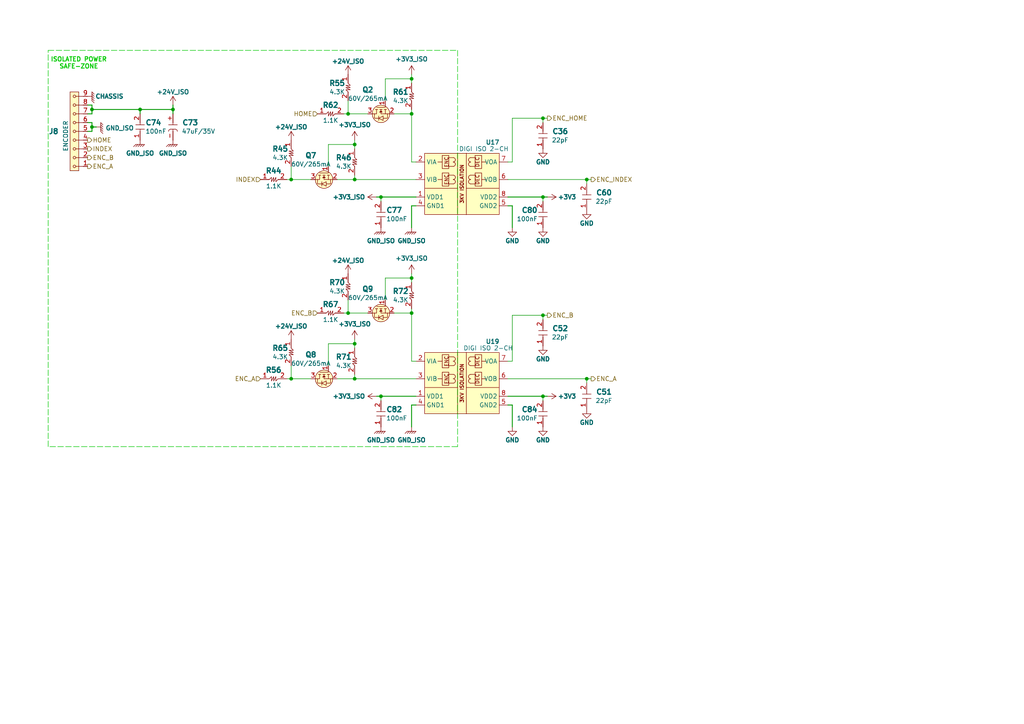
<source format=kicad_sch>
(kicad_sch (version 20231120) (generator "eeschema") (generator_version "8.0")
  (paper "A4")
  (title_block (title "INVERTER BOARD") (date "2024-09-24") (rev "1.0") (company "TON DUC THANG UNIVERSITY") (comment 1 "Schematic Designed by ...") (comment 2 "PCB Designed by ...") (comment 3 "Approved by ..."))
  (lib_symbols
    (symbol "SAMPI:+24V_ISO" (power) (pin_names (offset 0))
      (property "Value" "+24V_ISO" (at 0 3.556 0))
      (symbol "+24V_ISO_0_1"
        (polyline (pts (xy -0.762 1.27) (xy 0 2.54)))
        (polyline (pts (xy 0 0) (xy 0 2.54)))
        (polyline (pts (xy 0 2.54) (xy 0.762 1.27)))
      )
      (symbol "+24V_ISO_1_1"
        (pin power_in line (at 0 0 90) (length 0) hide (name "+24V_ISO") (number "1"))
      )
    )
    (symbol "SAMPI:+3V3_ISO" (power) (pin_names (offset 0))
      (property "Value" "+3V3_ISO" (at 0 3.556 0))
      (symbol "+3V3_ISO_0_1"
        (polyline (pts (xy -0.762 1.27) (xy 0 2.54)))
        (polyline (pts (xy 0 0) (xy 0 2.54)))
        (polyline (pts (xy 0 2.54) (xy 0.762 1.27)))
      )
      (symbol "+3V3_ISO_1_1"
        (pin power_in line (at 0 0 90) (length 0) hide (name "+3V3_ISO") (number "1"))
      )
    )
    (symbol "SAMPI:ADUM120N"
      (property "Reference" "U" (at 0 0 0))
      (property "Value" "DIGI ISO 2-CH" (at 0 -1.905 0))
      (property "MNP" "ADUM120N1BRZ-RL7" (at 0 0 0))
      (property "MFT" "Analog Devices Inc." (at 0 0 0))
      (symbol "ADUM120N_0_1"
        (rectangle (start -5.72 -4.44) (end -3.815 -8.25))
        (rectangle (start -5.715 -9.525) (end -3.81 -13.335))
        (arc (start -2.545 -7.615) (mid -2.0942 -7.4293) (end -1.91 -6.98))
        (arc (start -2.545 -6.345) (mid -2.096 -6.159) (end -1.91 -5.71))
        (arc (start -2.54 -12.7) (mid -2.0895 -12.5155) (end -1.905 -12.065))
        (arc (start -2.54 -11.43) (mid -2.0924 -11.2426) (end -1.905 -10.795))
        (arc (start -1.91 -6.98) (mid -2.096 -6.531) (end -2.545 -6.345))
        (arc (start -1.91 -5.71) (mid -2.096 -5.261) (end -2.545 -5.075))
        (arc (start -1.905 -12.065) (mid -2.091 -11.616) (end -2.54 -11.43))
        (arc (start -1.905 -10.795) (mid -2.091 -10.346) (end -2.54 -10.16))
        (polyline (pts (xy -3.815 -7.615) (xy -2.545 -7.615)))
        (polyline (pts (xy -3.815 -5.075) (xy -2.545 -5.075)))
        (polyline (pts (xy -3.81 -12.7) (xy -2.54 -12.7)))
        (polyline (pts (xy -3.81 -10.16) (xy -2.54 -10.16)))
        (polyline (pts (xy -1.27 -21.59) (xy -1.27 -3.81)))
        (polyline (pts (xy 1.27 -21.59) (xy 1.27 -3.81)))
        (polyline (pts (xy 3.81 -7.62) (xy 2.54 -7.62)))
        (polyline (pts (xy 3.81 -5.08) (xy 2.54 -5.08)))
        (polyline (pts (xy 3.815 -12.705) (xy 2.545 -12.705)))
        (polyline (pts (xy 3.815 -10.165) (xy 2.545 -10.165)))
        (arc (start 1.905 -6.985) (mid 2.091 -7.434) (end 2.54 -7.62))
        (arc (start 1.905 -5.715) (mid 2.091 -6.164) (end 2.54 -6.35))
        (arc (start 1.91 -12.07) (mid 2.096 -12.519) (end 2.545 -12.705))
        (arc (start 1.91 -10.8) (mid 2.096 -11.249) (end 2.545 -11.435))
        (arc (start 2.54 -6.35) (mid 2.0892 -6.5357) (end 1.905 -6.985))
        (arc (start 2.54 -5.08) (mid 2.0928 -5.2663) (end 1.905 -5.715))
        (arc (start 2.545 -11.435) (mid 2.0945 -11.6195) (end 1.91 -12.07))
        (arc (start 2.545 -10.165) (mid 2.0974 -10.3524) (end 1.91 -10.8))
        (rectangle (start 5.715 -8.255) (end 3.81 -4.445))
        (rectangle (start 5.72 -13.34) (end 3.815 -9.53))
      )
      (symbol "ADUM120N_1_0"
        (pin input line (at -13.335 -6.35 0) (length 2.54) (name "VIA") (number "2"))
        (pin input line (at -13.335 -11.43 0) (length 2.54) (name "VIB") (number "3"))
        (pin input line (at -13.335 -19.05 0) (length 2.54) (name "GND1") (number "4"))
        (pin input line (at 13.335 -19.05 180) (length 2.54) (name "GND2") (number "5"))
        (pin input line (at 13.335 -11.43 180) (length 2.54) (name "VOB") (number "6"))
        (pin input line (at 13.335 -6.35 180) (length 2.54) (name "VOA") (number "7"))
        (pin input line (at 13.335 -16.51 180) (length 2.54) (name "VDD2") (number "8"))
      )
      (symbol "ADUM120N_1_1"
        (rectangle (start -10.795 -3.81) (end 10.795 -21.59) (fill (type background)))
        (polyline (pts (xy -10.795 -13.97) (xy -1.27 -13.97)))
        (polyline (pts (xy -6.99 -6.345) (xy -5.72 -6.345)))
        (polyline (pts (xy -6.985 -11.43) (xy -5.715 -11.43)))
        (polyline (pts (xy 1.27 -13.97) (xy 10.795 -13.97)))
        (polyline (pts (xy 5.715 -6.35) (xy 6.985 -6.35)))
        (polyline (pts (xy 5.72 -11.435) (xy 6.99 -11.435)))
        (text "3KV ISOLATION" (at 0 -12.7 900) (effects (font (size 1.016 1.016) (bold yes))))
        (text "DEC" (at 5.08 -6.35 900) (effects (font (size 1.016 1.016)) (justify bottom)))
        (text "DEC" (at 5.085 -11.435 900) (effects (font (size 1.016 1.016)) (justify bottom)))
        (text "ENC" (at -5.085 -6.345 900) (effects (font (size 1.016 1.016)) (justify top)))
        (text "ENC" (at -5.08 -11.43 900) (effects (font (size 1.016 1.016)) (justify top)))
        (pin input line (at -13.335 -16.51 0) (length 2.54) (name "VDD1") (number "1"))
      )
    )
    (symbol "SAMPI:CERCAP" (pin_names hide)
      (property "Reference" "C" (at -1.905 1.905 0))
      (property "Value" "CerCap" (at -1.905 0 0))
      (symbol "CERCAP_0_1"
        (polyline (pts (xy 0 -2.54) (xy 0.635 -2.54)))
        (polyline (pts (xy 0.635 -1.27) (xy 0.635 -3.81)))
        (polyline (pts (xy 1.905 -2.54) (xy 2.54 -2.54)))
        (polyline (pts (xy 1.905 -1.27) (xy 1.905 -3.81)))
      )
      (symbol "CERCAP_1_1"
        (pin bidirectional line (at -2.54 -2.54 0) (length 2.54) (name "1") (number "1"))
        (pin bidirectional line (at 5.08 -2.54 180) (length 2.54) (name "2") (number "2"))
      )
    )
    (symbol "SAMPI:CHASSIS" (power) (pin_names (offset 0))
      (property "Value" "CHASSIS" (at 0 -3.81 0))
      (symbol "CHASSIS_0_1"
        (polyline (pts (xy -1.27 -1.27) (xy -1.905 -1.905)))
        (polyline (pts (xy -1.27 -1.27) (xy 1.27 -1.27)))
        (polyline (pts (xy -0.635 -1.27) (xy -1.27 -1.905)))
        (polyline (pts (xy 0 -1.27) (xy -0.635 -1.905)))
        (polyline (pts (xy 0 0) (xy 0 -1.27)))
        (polyline (pts (xy 0.635 -1.27) (xy 0 -1.905)))
        (polyline (pts (xy 1.27 -1.27) (xy 0.635 -1.905)))
      )
      (symbol "CHASSIS_1_1"
        (pin power_in line (at 0 0 180) (length 0) hide (name "CHASSIS") (number "1"))
      )
    )
    (symbol "SAMPI:ELECCAP" (pin_names hide)
      (property "Reference" "C" (at -1.905 1.905 0))
      (property "Value" "Cer Cap" (at -1.905 0 0))
      (symbol "ELECCAP_0_1"
        (polyline (pts (xy 0.635 -1.27) (xy 0.635 -3.81)))
        (arc (start 2.54 -1.27) (mid 2.091 -1.456) (end 1.905 -1.905))
      )
      (symbol "ELECCAP_1_1"
        (polyline (pts (xy 0.635 -2.54) (xy 0 -2.54)))
        (polyline (pts (xy 1.905 -3.175) (xy 1.905 -1.905)))
        (polyline (pts (xy 2.54 -2.54) (xy 1.905 -2.54)))
        (arc (start 1.905 -3.175) (mid 2.091 -3.624) (end 2.54 -3.81))
        (pin bidirectional line (at -2.54 -2.54 0) (length 2.54) (name "+") (number "+"))
        (pin bidirectional line (at 5.08 -2.54 180) (length 2.54) (name "-") (number "-"))
      )
    )
    (symbol "SAMPI:FET_N-CH" (pin_names hide)
      (property "Reference" "Q" (at 1.27 1.27 0))
      (property "Value" "MFET N" (at 1.27 -1.27 0))
      (symbol "FET_N-CH_0_1"
        (polyline (pts (xy 2.54 -5.461) (xy 2.54 -4.699)))
        (polyline (pts (xy 2.54 -3.429) (xy 2.54 -4.191)))
        (polyline (pts (xy 2.54 -2.159) (xy 2.54 -2.921)))
        (polyline (pts (xy 4.445 -4.445) (xy 5.715 -4.445)))
        (polyline (pts (xy 4.445 -3.175) (xy 5.715 -3.175)))
        (polyline (pts (xy 1.27 -5.08) (xy 1.905 -5.08) (xy 1.905 -2.54)))
        (polyline (pts (xy 2.54 -3.81) (xy 3.81 -3.81) (xy 3.81 -5.08)))
        (polyline (pts (xy 3.81 -6.35) (xy 3.81 -5.08) (xy 2.54 -5.08)))
        (polyline (pts (xy 3.81 -5.715) (xy 5.08 -5.715) (xy 5.08 -4.445)))
        (polyline (pts (xy 3.81 -1.905) (xy 5.08 -1.905) (xy 5.08 -3.175)))
        (polyline (pts (xy 3.81 -1.27) (xy 3.81 -2.54) (xy 2.54 -2.54)))
        (polyline (pts (xy 4.445 -4.445) (xy 5.08 -3.175) (xy 5.715 -4.445)))
      )
      (symbol "FET_N-CH_1_1"
        (polyline (pts (xy 3.302 -3.429) (xy 3.302 -4.191) (xy 2.921 -3.81) (xy 3.302 -3.429)) (fill (type outline)))
        (circle (center 3.81 -3.81) (radius 2.54) (fill (type background)))
        (pin bidirectional line (at 0 -5.08 0) (length 1.27) (name "G") (number "1"))
        (pin bidirectional line (at 3.81 -7.62 90) (length 1.27) (name "S") (number "2"))
        (pin bidirectional line (at 3.81 0 270) (length 1.27) (name "D") (number "3"))
      )
    )
    (symbol "SAMPI:GND_ISO" (power) (pin_names (offset 0))
      (property "Value" "GND_ISO" (at 0 5.715 0))
      (symbol "GND_ISO_0_1"
        (polyline (pts (xy -1.27 7.62) (xy -1.905 6.985)))
        (polyline (pts (xy -1.27 7.62) (xy 1.27 7.62)))
        (polyline (pts (xy -0.635 7.62) (xy -1.27 6.985)))
        (polyline (pts (xy 0 7.62) (xy -0.635 6.985)))
        (polyline (pts (xy 0 8.89) (xy 0 7.62)))
        (polyline (pts (xy 0.635 7.62) (xy 0 6.985)))
        (polyline (pts (xy 1.27 7.62) (xy 0.635 6.985)))
      )
      (symbol "GND_ISO_1_1"
        (pin power_in line (at 0 8.89 270) (length 0) hide (name "GND_ISO") (number "1"))
      )
    )
    (symbol "SAMPI:RES" (pin_names hide)
      (property "Reference" "R" (at 0 1.905 0))
      (property "Value" "RES" (at 0 0 0))
      (symbol "RES_0_1"
        (polyline (pts (xy 0 -2.54) (xy 0.635 -1.905) (xy 0.635 -3.175) (xy 1.27 -1.905) (xy 1.27 -3.175) (xy 1.905 -1.905) (xy 1.905 -3.175) (xy 2.54 -2.54)))
      )
      (symbol "RES_1_1"
        (pin bidirectional line (at -2.54 -2.54 0) (length 2.54) (name "1") (number "1"))
        (pin bidirectional line (at 5.08 -2.54 180) (length 2.54) (name "2") (number "2"))
      )
    )
    (symbol "SAMPI:SIL09" (pin_names hide)
      (property "Reference" "J" (at 0 0 0))
      (property "Value" "SIL09" (at 1.905 -1.905 0))
      (symbol "SIL09_0_0"
        (polyline (pts (xy 0.635 -25.4) (xy 2.794 -25.4)))
        (polyline (pts (xy 0.635 -22.86) (xy 2.794 -22.86)))
        (polyline (pts (xy 0.635 -20.32) (xy 2.794 -20.32)))
        (polyline (pts (xy 0.635 -17.78) (xy 2.794 -17.78)))
        (polyline (pts (xy 0.635 -15.24) (xy 2.794 -15.24)))
        (polyline (pts (xy 0.635 -12.7) (xy 2.794 -12.7)))
        (polyline (pts (xy 0.635 -10.16) (xy 2.794 -10.16)))
        (polyline (pts (xy 0.635 -7.62) (xy 2.794 -7.62)))
        (polyline (pts (xy 0.635 -5.08) (xy 2.794 -5.08)))
      )
      (symbol "SIL09_1_0"
        (rectangle (start 1.905 -3.81) (end 4.445 -26.67) (fill (type background)))
        (circle (center 3.175 -25.4) (radius 0.381))
        (circle (center 3.175 -22.86) (radius 0.381))
        (circle (center 3.175 -20.32) (radius 0.381))
        (circle (center 3.175 -17.78) (radius 0.381))
        (circle (center 3.175 -15.24) (radius 0.381))
        (circle (center 3.175 -12.7) (radius 0.381))
        (circle (center 3.175 -10.16) (radius 0.381))
        (circle (center 3.175 -7.62) (radius 0.381))
        (circle (center 3.175 -5.08) (radius 0.381))
        (pin passive line (at -0.635 -5.08 0) (length 1.27) (name "1") (number "1"))
        (pin passive line (at -0.635 -7.62 0) (length 1.27) (name "2") (number "2"))
        (pin passive line (at -0.635 -10.16 0) (length 1.27) (name "3") (number "3"))
        (pin passive line (at -0.635 -12.7 0) (length 1.27) (name "4") (number "4"))
        (pin passive line (at -0.635 -15.24 0) (length 1.27) (name "5") (number "5"))
        (pin passive line (at -0.635 -17.78 0) (length 1.27) (name "6") (number "6"))
        (pin passive line (at -0.635 -20.32 0) (length 1.27) (name "7") (number "7"))
        (pin passive line (at -0.635 -22.86 0) (length 1.27) (name "8") (number "8"))
        (pin passive line (at -0.635 -25.4 0) (length 1.27) (name "9") (number "9"))
      )
    )
    (symbol "power:+3V3" (power) (pin_names (offset 0))
      (property "Value" "+3V3" (at 0 3.556 0))
      (symbol "+3V3_0_1"
        (polyline (pts (xy -0.762 1.27) (xy 0 2.54)))
        (polyline (pts (xy 0 0) (xy 0 2.54)))
        (polyline (pts (xy 0 2.54) (xy 0.762 1.27)))
      )
      (symbol "+3V3_1_1"
        (pin power_in line (at 0 0 90) (length 0) hide (name "+3V3") (number "1"))
      )
    )
    (symbol "power:GND" (power) (pin_names (offset 0))
      (property "Value" "GND" (at 0 -3.81 0))
      (symbol "GND_0_1"
        (polyline (pts (xy 0 0) (xy 0 -1.27) (xy 1.27 -1.27) (xy 0 -2.54) (xy -1.27 -1.27) (xy 0 -1.27)))
      )
      (symbol "GND_1_1"
        (pin power_in line (at 0 0 270) (length 0) hide (name "GND") (number "1"))
      )
    )
  )
  (junction (at 119.38 22.86))
  (junction (at 102.87 109.855))
  (junction (at 157.48 57.15))
  (junction (at 110.49 57.15))
  (junction (at 102.87 41.91))
  (junction (at 157.48 91.44))
  (junction (at 119.38 80.645))
  (junction (at 100.965 90.805))
  (junction (at 170.18 109.855))
  (junction (at 102.87 99.695))
  (junction (at 110.49 114.935))
  (junction (at 119.38 33.02))
  (junction (at 84.455 109.855))
  (junction (at 170.18 52.07))
  (junction (at 84.455 52.07))
  (junction (at 26.67 31.75))
  (junction (at 40.64 31.75))
  (junction (at 102.87 52.07))
  (junction (at 119.38 90.805))
  (junction (at 50.165 31.75))
  (junction (at 100.965 33.02))
  (junction (at 157.48 114.935))
  (junction (at 26.67 36.83))
  (junction (at 157.48 34.29))
  (polyline (pts (xy 13.97 14.605) (xy 132.715 14.605)) (stroke (width 0) (type dash) (color 0 200 0 1)))
  (wire (pts (xy 158.75 34.29) (xy 157.48 34.29)))
  (wire (pts (xy 148.59 91.44) (xy 157.48 91.44)))
  (wire (pts (xy 119.38 22.86) (xy 119.38 24.13)))
  (wire (pts (xy 119.38 104.775) (xy 120.65 104.775)))
  (wire (pts (xy 50.165 31.75) (xy 50.165 33.02)) (stroke (width 0.254)))
  (wire (pts (xy 119.38 46.99) (xy 120.65 46.99)))
  (wire (pts (xy 119.38 31.75) (xy 119.38 33.02)))
  (wire (pts (xy 26.67 31.75) (xy 40.64 31.75)) (stroke (width 0.254)))
  (wire (pts (xy 95.25 106.045) (xy 95.25 99.695)))
  (wire (pts (xy 99.695 33.02) (xy 100.965 33.02)))
  (wire (pts (xy 119.38 90.805) (xy 119.38 104.775)))
  (wire (pts (xy 83.185 109.855) (xy 84.455 109.855)))
  (wire (pts (xy 147.32 59.69) (xy 148.59 59.69)) (stroke (width 0.254)))
  (wire (pts (xy 119.38 89.535) (xy 119.38 90.805)))
  (wire (pts (xy 25.4 30.48) (xy 26.67 30.48)) (stroke (width 0.254)))
  (wire (pts (xy 25.4 33.02) (xy 26.67 33.02)) (stroke (width 0.254)))
  (wire (pts (xy 100.965 33.02) (xy 106.68 33.02)))
  (wire (pts (xy 114.3 90.805) (xy 119.38 90.805)))
  (wire (pts (xy 102.87 98.425) (xy 102.87 99.695)))
  (wire (pts (xy 84.455 52.07) (xy 90.17 52.07)))
  (wire (pts (xy 158.75 91.44) (xy 157.48 91.44)))
  (wire (pts (xy 114.3 33.02) (xy 119.38 33.02)))
  (wire (pts (xy 95.25 41.91) (xy 102.87 41.91)))
  (wire (pts (xy 148.59 104.775) (xy 147.32 104.775)))
  (wire (pts (xy 147.32 52.07) (xy 170.18 52.07)))
  (wire (pts (xy 120.65 59.69) (xy 119.38 59.69)) (stroke (width 0.254)))
  (wire (pts (xy 40.64 31.75) (xy 40.64 33.02)) (stroke (width 0.254)))
  (wire (pts (xy 111.76 80.645) (xy 119.38 80.645)))
  (wire (pts (xy 170.18 109.855) (xy 170.18 111.125)))
  (wire (pts (xy 120.65 117.475) (xy 119.38 117.475)) (stroke (width 0.254)))
  (wire (pts (xy 102.87 52.07) (xy 120.65 52.07)))
  (wire (pts (xy 25.4 38.1) (xy 26.67 38.1)) (stroke (width 0.254)))
  (polyline (pts (xy 132.715 129.54) (xy 13.97 129.54)) (stroke (width 0) (type dash) (color 0 200 0 1)))
  (wire (pts (xy 147.32 46.99) (xy 148.59 46.99)))
  (wire (pts (xy 102.87 40.64) (xy 102.87 41.91)))
  (wire (pts (xy 119.38 117.475) (xy 119.38 123.825)) (stroke (width 0.254)))
  (wire (pts (xy 147.32 114.935) (xy 157.48 114.935)) (stroke (width 0.254)))
  (wire (pts (xy 157.48 114.935) (xy 157.48 116.205)))
  (wire (pts (xy 120.65 114.935) (xy 110.49 114.935)) (stroke (width 0.254)))
  (wire (pts (xy 102.87 41.91) (xy 102.87 43.18)))
  (wire (pts (xy 148.59 104.775) (xy 148.59 91.44)))
  (wire (pts (xy 157.48 57.15) (xy 157.48 58.42)))
  (wire (pts (xy 110.49 114.935) (xy 110.49 116.205)))
  (wire (pts (xy 119.38 33.02) (xy 119.38 46.99)))
  (wire (pts (xy 50.165 31.75) (xy 40.64 31.75)) (stroke (width 0.254)))
  (wire (pts (xy 119.38 80.645) (xy 119.38 81.915)))
  (wire (pts (xy 110.49 57.15) (xy 110.49 58.42)))
  (wire (pts (xy 50.165 30.48) (xy 50.165 31.75)) (stroke (width 0.254)))
  (wire (pts (xy 102.87 109.855) (xy 120.65 109.855)))
  (wire (pts (xy 111.76 86.995) (xy 111.76 80.645)))
  (wire (pts (xy 157.48 57.15) (xy 158.75 57.15)) (stroke (width 0.254)))
  (wire (pts (xy 111.76 22.86) (xy 119.38 22.86)))
  (wire (pts (xy 157.48 34.29) (xy 157.48 35.56)))
  (wire (pts (xy 83.185 52.07) (xy 84.455 52.07)))
  (wire (pts (xy 148.59 46.99) (xy 148.59 34.29)))
  (wire (pts (xy 148.59 117.475) (xy 148.59 123.825)) (stroke (width 0.254)))
  (wire (pts (xy 102.87 108.585) (xy 102.87 109.855)))
  (wire (pts (xy 84.455 106.045) (xy 84.455 109.855)))
  (wire (pts (xy 26.67 31.75) (xy 26.67 33.02)) (stroke (width 0.254)))
  (wire (pts (xy 170.18 52.07) (xy 170.18 53.34)))
  (wire (pts (xy 157.48 114.935) (xy 158.75 114.935)) (stroke (width 0.254)))
  (wire (pts (xy 100.965 86.995) (xy 100.965 90.805)))
  (wire (pts (xy 119.38 21.59) (xy 119.38 22.86)))
  (wire (pts (xy 109.22 114.935) (xy 110.49 114.935)) (stroke (width 0.254)))
  (wire (pts (xy 111.76 29.21) (xy 111.76 22.86)))
  (wire (pts (xy 97.79 52.07) (xy 102.87 52.07)))
  (wire (pts (xy 102.87 99.695) (xy 102.87 100.965)))
  (wire (pts (xy 25.4 35.56) (xy 26.67 35.56)) (stroke (width 0.254)))
  (wire (pts (xy 100.965 90.805) (xy 106.68 90.805)))
  (wire (pts (xy 26.67 30.48) (xy 26.67 31.75)) (stroke (width 0.254)))
  (wire (pts (xy 95.25 99.695) (xy 102.87 99.695)))
  (wire (pts (xy 148.59 59.69) (xy 148.59 66.04)) (stroke (width 0.254)))
  (wire (pts (xy 95.25 48.26) (xy 95.25 41.91)))
  (wire (pts (xy 147.32 117.475) (xy 148.59 117.475)) (stroke (width 0.254)))
  (wire (pts (xy 119.38 59.69) (xy 119.38 66.04)) (stroke (width 0.254)))
  (wire (pts (xy 97.79 109.855) (xy 102.87 109.855)))
  (wire (pts (xy 26.67 36.83) (xy 27.94 36.83)) (stroke (width 0.254)))
  (wire (pts (xy 84.455 48.26) (xy 84.455 52.07)))
  (wire (pts (xy 157.48 91.44) (xy 157.48 92.71)))
  (wire (pts (xy 148.59 34.29) (xy 157.48 34.29)))
  (wire (pts (xy 147.32 109.855) (xy 170.18 109.855)))
  (polyline (pts (xy 13.97 129.54) (xy 13.97 14.605)) (stroke (width 0) (type dash) (color 0 200 0 1)))
  (wire (pts (xy 120.65 57.15) (xy 110.49 57.15)) (stroke (width 0.254)))
  (wire (pts (xy 26.67 38.1) (xy 26.67 36.83)) (stroke (width 0.254)))
  (wire (pts (xy 102.87 50.8) (xy 102.87 52.07)))
  (wire (pts (xy 119.38 79.375) (xy 119.38 80.645)))
  (wire (pts (xy 99.695 90.805) (xy 100.965 90.805)))
  (polyline (pts (xy 132.715 14.605) (xy 132.715 129.54)) (stroke (width 0) (type dash) (color 0 200 0 1)))
  (wire (pts (xy 100.965 29.21) (xy 100.965 33.02)))
  (wire (pts (xy 171.45 52.07) (xy 170.18 52.07)))
  (wire (pts (xy 84.455 109.855) (xy 90.17 109.855)))
  (wire (pts (xy 109.22 57.15) (xy 110.49 57.15)) (stroke (width 0.254)))
  (wire (pts (xy 26.67 36.83) (xy 26.67 35.56)) (stroke (width 0.254)))
  (wire (pts (xy 171.45 109.855) (xy 170.18 109.855)))
  (wire (pts (xy 147.32 57.15) (xy 157.48 57.15)) (stroke (width 0.254)))
  (text "ISOLATED POWER\nSAFE-ZONE" (at 22.86 18.415 0) (effects (font (size 1.27 1.27) (thickness 0.254) (bold yes))))
  (hierarchical_label "ENC_HOME" (shape output) (at 158.75 34.29 0))
  (hierarchical_label "HOME" (shape input) (at 92.075 33.02 180))
  (hierarchical_label "ENC_B" (shape output) (at 25.4 45.72 0))
  (hierarchical_label "INDEX" (shape output) (at 25.4 43.18 0))
  (hierarchical_label "ENC_B" (shape output) (at 158.75 91.44 0))
  (hierarchical_label "ENC_A" (shape input) (at 75.565 109.855 180))
  (hierarchical_label "ENC_A" (shape output) (at 25.4 48.26 0))
  (hierarchical_label "ENC_A" (shape output) (at 171.45 109.855 0))
  (hierarchical_label "ENC_INDEX" (shape output) (at 171.45 52.07 0))
  (hierarchical_label "ENC_B" (shape input) (at 92.075 90.805 180))
  (hierarchical_label "HOME" (shape output) (at 25.4 40.64 0))
  (hierarchical_label "INDEX" (shape input) (at 75.565 52.07 180))
  (symbol (lib_id "SAMPI:GND_ISO") (at 50.165 49.53 0) (unit 1)
    (property "Reference" "#PWR021" (effects (hide yes)))
    (property "Value" "GND_ISO" (at 50.165 44.45 0) (effects (font (bold yes))))
    (property "Description" "Power symbol creates a global label with name \"+GND_ISO\"" (effects (hide yes)))
  )
  (symbol (lib_id "SAMPI:GND_ISO") (at 40.64 49.53 0) (unit 1)
    (property "Reference" "#PWR020" (effects (hide yes)))
    (property "Value" "GND_ISO" (at 40.64 44.45 0) (effects (font (bold yes))))
    (property "Description" "Power symbol creates a global label with name \"+GND_ISO\"" (effects (hide yes)))
  )
  (symbol (lib_id "SAMPI:RES") (at 94.615 88.265 0) (unit 1)
    (property "Reference" "R67" (at 95.885 88.265 0) (effects (font (size 1.5 1.5) (bold yes))))
    (property "Value" "1.1K" (at 95.885 92.71 0))
    (property "Footprint" "SAMPI:RES0603" (effects (hide yes)))
    (property "Description" "RES SMD 1.1K OHM 1% 1/10W 0603" (effects (hide yes)))
    (property "Unit Price" "0.021" (effects (hide yes)))
    (property "MNP" "AC0603FR-071K1L" (effects (hide yes)))
    (property "MFT" "YAGEO" (effects (hide yes)))
    (property "Checked" "OK" (effects (hide yes)))
  )
  (symbol (lib_id "power:GND") (at 170.18 60.96 0) (unit 1)
    (property "Reference" "#PWR0137" (effects (hide yes)))
    (property "Value" "GND" (at 170.18 64.77 0) (effects (font (bold yes))))
  )
  (symbol (lib_id "SAMPI:+3V3_ISO") (at 102.87 98.425 0) (unit 1)
    (property "Reference" "#PWR0140" (effects (hide yes)))
    (property "Value" "+3V3_ISO" (at 102.87 93.98 0) (effects (font (bold yes))))
    (property "Description" "Power symbol creates a global label with name \"+3V3_ISO\"" (effects (hide yes)))
  )
  (symbol (lib_id "SAMPI:CERCAP") (at 154.94 97.79 90) (unit 1)
    (property "Reference" "C52" (at 160.02 95.2499 90) (effects (font (size 1.5 1.5) (bold yes)) (justify right)))
    (property "Value" "22pF" (at 160.02 97.7899 90) (effects (justify right)))
    (property "Footprint" "SAMPI:CAP0603" (effects (hide yes)))
    (property "Description" "CAP CER 22PF 50V C0G/NP0 0603" (effects (hide yes)))
    (property "MNP" "0603N220J500CT" (effects (hide yes)))
    (property "Unit Price" "0.012" (effects (hide yes)))
    (property "MFT" "Walsin" (effects (hide yes)))
    (property "Checked" "OK" (effects (hide yes)))
  )
  (symbol (lib_id "SAMPI:RES") (at 121.92 26.67 270) (unit 1)
    (property "Reference" "R61" (at 116.205 26.67 90) (effects (font (size 1.5 1.5) (bold yes))))
    (property "Value" "4.3K" (at 116.205 29.21 90))
    (property "Footprint" "SAMPI:RES0603" (effects (hide yes)))
    (property "Description" "RES SMD 4.3K OHM 1% 1/10W 0603" (effects (hide yes)))
    (property "Unit Price" "0.021" (effects (hide yes)))
    (property "MNP" "AC0603FR-074K3L" (effects (hide yes)))
    (property "MFT" "YAGEO" (effects (hide yes)))
    (property "Checked" "OK" (effects (hide yes)))
  )
  (symbol (lib_id "SAMPI:CERCAP") (at 154.94 40.64 90) (unit 1)
    (property "Reference" "C36" (at 160.02 38.0999 90) (effects (font (size 1.5 1.5) (bold yes)) (justify right)))
    (property "Value" "22pF" (at 160.02 40.6399 90) (effects (justify right)))
    (property "Footprint" "SAMPI:CAP0603" (effects (hide yes)))
    (property "Description" "CAP CER 22PF 50V C0G/NP0 0603" (effects (hide yes)))
    (property "MNP" "0603N220J500CT" (effects (hide yes)))
    (property "Unit Price" "0.012" (effects (hide yes)))
    (property "MFT" "Walsin" (effects (hide yes)))
    (property "Checked" "OK" (effects (hide yes)))
  )
  (symbol (lib_id "SAMPI:CERCAP") (at 154.94 121.285 90) (unit 1)
    (property "Reference" "C84" (at 151.13 118.745 90) (effects (font (size 1.5 1.5) (bold yes)) (justify right)))
    (property "Value" "100nF" (at 149.86 121.285 90) (effects (justify right)))
    (property "Footprint" "SAMPI:CAP0603" (effects (hide yes)))
    (property "Description" "CAP CER 0.1UF 50V X7R 0603" (effects (hide yes)))
    (property "MNP" "CL10B104KB8NNNC" (effects (hide yes)))
    (property "Unit Price" "0.0146" (effects (hide yes)))
    (property "MFT" "Samsung" (effects (hide yes)))
    (property "Checked" "OK" (effects (hide yes)))
  )
  (symbol (lib_id "SAMPI:FET_N-CH") (at 90.17 106.045 90) (mirror x) (unit 1)
    (property "Reference" "Q8" (at 90.17 102.87 90) (effects (font (size 1.5 1.5) (bold yes))))
    (property "Value" "60V/265mA" (at 90.17 105.41 90))
    (property "Footprint" "SAMPI:SOT23" (effects (hide yes)))
    (property "Description" "MOSFET N-CH 60V 265MA SOT-23-3" (effects (hide yes)))
    (property "MNP" "BSN20BKR" (effects (hide yes)))
    (property "MFT" "Nexperia USA Inc." (effects (hide yes)))
  )
  (symbol (lib_id "SAMPI:RES") (at 86.995 43.18 270) (unit 1)
    (property "Reference" "R45" (at 81.28 43.18 90) (effects (font (size 1.5 1.5) (bold yes))))
    (property "Value" "4.3K" (at 81.28 45.72 90))
    (property "Footprint" "SAMPI:RES0603" (effects (hide yes)))
    (property "Description" "RES SMD 4.3K OHM 1% 1/10W 0603" (effects (hide yes)))
    (property "Unit Price" "0.021" (effects (hide yes)))
    (property "MNP" "AC0603FR-074K3L" (effects (hide yes)))
    (property "MFT" "YAGEO" (effects (hide yes)))
    (property "Checked" "OK" (effects (hide yes)))
  )
  (symbol (lib_id "power:GND") (at 157.48 123.825 0) (unit 1)
    (property "Reference" "#PWR0212" (effects (hide yes)))
    (property "Value" "GND" (at 157.48 127.635 0) (effects (font (bold yes))))
  )
  (symbol (lib_id "SAMPI:CHASSIS") (at 25.4 27.94 90) (unit 1)
    (property "Reference" "#PWR019" (effects (hide yes)))
    (property "Value" "CHASSIS" (at 31.75 27.94 90) (effects (font (bold yes))))
  )
  (symbol (lib_id "SAMPI:RES") (at 105.41 45.72 270) (unit 1)
    (property "Reference" "R46" (at 99.695 45.72 90) (effects (font (size 1.5 1.5) (bold yes))))
    (property "Value" "4.3K" (at 99.695 48.26 90))
    (property "Footprint" "SAMPI:RES0603" (effects (hide yes)))
    (property "Description" "RES SMD 4.3K OHM 1% 1/10W 0603" (effects (hide yes)))
    (property "Unit Price" "0.021" (effects (hide yes)))
    (property "MNP" "AC0603FR-074K3L" (effects (hide yes)))
    (property "MFT" "YAGEO" (effects (hide yes)))
    (property "Checked" "OK" (effects (hide yes)))
  )
  (symbol (lib_id "SAMPI:GND_ISO") (at 119.38 132.715 0) (unit 1)
    (property "Reference" "#PWR0186" (effects (hide yes)))
    (property "Value" "GND_ISO" (at 119.38 127.635 0) (effects (font (bold yes))))
    (property "Description" "Power symbol creates a global label with name \"+GND_ISO\"" (effects (hide yes)))
  )
  (symbol (lib_id "SAMPI:CERCAP") (at 113.03 63.5 270) (mirror x) (unit 1)
    (property "Reference" "C77" (at 116.84 60.96 90) (effects (font (size 1.5 1.5) (bold yes)) (justify right)))
    (property "Value" "100nF" (at 118.11 63.5 90) (effects (justify right)))
    (property "Footprint" "SAMPI:CAP0603" (effects (hide yes)))
    (property "Description" "CAP CER 0.1UF 50V X7R 0603" (effects (hide yes)))
    (property "MNP" "CL10B104KB8NNNC" (effects (hide yes)))
    (property "Unit Price" "0.0146" (effects (hide yes)))
    (property "MFT" "Samsung" (effects (hide yes)))
    (property "Checked" "OK" (effects (hide yes)))
  )
  (symbol (lib_id "SAMPI:+24V_ISO") (at 100.965 21.59 0) (unit 1)
    (property "Reference" "#PWR03" (effects (hide yes)))
    (property "Value" "+24V_ISO" (at 100.965 17.78 0) (effects (font (thickness 0.254) (bold yes))))
    (property "Description" "Power symbol creates a global label with name \"+24V_ISO\"" (effects (hide yes)))
  )
  (symbol (lib_id "SAMPI:FET_N-CH") (at 106.68 86.995 90) (mirror x) (unit 1)
    (property "Reference" "Q9" (at 106.68 83.82 90) (effects (font (size 1.5 1.5) (bold yes))))
    (property "Value" "60V/265mA" (at 106.68 86.36 90))
    (property "Footprint" "SAMPI:SOT23" (effects (hide yes)))
    (property "Description" "MOSFET N-CH 60V 265MA SOT-23-3" (effects (hide yes)))
    (property "MNP" "BSN20BKR" (effects (hide yes)))
    (property "MFT" "Nexperia USA Inc." (effects (hide yes)))
  )
  (symbol (lib_id "SAMPI:RES") (at 103.505 81.915 270) (unit 1)
    (property "Reference" "R70" (at 97.79 81.915 90) (effects (font (size 1.5 1.5) (bold yes))))
    (property "Value" "4.3K" (at 97.79 84.455 90))
    (property "Footprint" "SAMPI:RES0603" (effects (hide yes)))
    (property "Description" "RES SMD 4.3K OHM 1% 1/10W 0603" (effects (hide yes)))
    (property "Unit Price" "0.021" (effects (hide yes)))
    (property "MNP" "AC0603FR-074K3L" (effects (hide yes)))
    (property "MFT" "YAGEO" (effects (hide yes)))
    (property "Checked" "OK" (effects (hide yes)))
  )
  (symbol (lib_id "SAMPI:ELECCAP") (at 52.705 35.56 270) (unit 1)
    (property "Reference" "C73" (at 52.705 35.56 90) (effects (font (size 1.5 1.5) (bold yes)) (justify left)))
    (property "Value" "47uF/35V" (at 52.705 38.1 90) (effects (justify left)))
    (property "Footprint" "SAMPI:CAP_ELEC-6.6x6.6-DIA6.3" (effects (hide yes)))
    (property "Description" "CAP ALUM POLY 47UF 20% 35V SMD" (effects (hide yes)))
    (property "MNP" "A768EB476M1VLAE042" (effects (hide yes)))
    (property "Unit Price" "0.45" (effects (hide yes)))
    (property "MFT" "KEMET" (effects (hide yes)))
    (property "Checked" "OK" (effects (hide yes)))
  )
  (symbol (lib_id "power:GND") (at 157.48 43.18 0) (unit 1)
    (property "Reference" "#PWR0135" (effects (hide yes)))
    (property "Value" "GND" (at 157.48 46.99 0) (effects (font (bold yes))))
  )
  (symbol (lib_id "SAMPI:RES") (at 78.105 49.53 0) (unit 1)
    (property "Reference" "R44" (at 79.375 49.53 0) (effects (font (size 1.5 1.5) (bold yes))))
    (property "Value" "1.1K" (at 79.375 53.975 0))
    (property "Footprint" "SAMPI:RES0603" (effects (hide yes)))
    (property "Description" "RES SMD 1.1K OHM 1% 1/10W 0603" (effects (hide yes)))
    (property "Unit Price" "0.021" (effects (hide yes)))
    (property "MNP" "AC0603FR-071K1L" (effects (hide yes)))
    (property "MFT" "YAGEO" (effects (hide yes)))
    (property "Checked" "OK" (effects (hide yes)))
  )
  (symbol (lib_id "power:GND") (at 148.59 123.825 0) (unit 1)
    (property "Reference" "#PWR0194" (effects (hide yes)))
    (property "Value" "GND" (at 148.59 127.635 0) (effects (font (bold yes))))
  )
  (symbol (lib_id "SAMPI:+24V_ISO") (at 84.455 40.64 0) (unit 1)
    (property "Reference" "#PWR02" (effects (hide yes)))
    (property "Value" "+24V_ISO" (at 84.455 36.83 0) (effects (font (thickness 0.254) (bold yes))))
    (property "Description" "Power symbol creates a global label with name \"+24V_ISO\"" (effects (hide yes)))
  )
  (symbol (lib_id "SAMPI:RES") (at 78.105 107.315 0) (unit 1)
    (property "Reference" "R56" (at 79.375 107.315 0) (effects (font (size 1.5 1.5) (bold yes))))
    (property "Value" "1.1K" (at 79.375 111.76 0))
    (property "Footprint" "SAMPI:RES0603" (effects (hide yes)))
    (property "Description" "RES SMD 1.1K OHM 1% 1/10W 0603" (effects (hide yes)))
    (property "Unit Price" "0.021" (effects (hide yes)))
    (property "MNP" "AC0603FR-071K1L" (effects (hide yes)))
    (property "MFT" "YAGEO" (effects (hide yes)))
    (property "Checked" "OK" (effects (hide yes)))
  )
  (symbol (lib_id "SAMPI:RES") (at 103.505 24.13 270) (unit 1)
    (property "Reference" "R55" (at 97.79 24.13 90) (effects (font (size 1.5 1.5) (bold yes))))
    (property "Value" "4.3K" (at 97.79 26.67 90))
    (property "Footprint" "SAMPI:RES0603" (effects (hide yes)))
    (property "Description" "RES SMD 4.3K OHM 1% 1/10W 0603" (effects (hide yes)))
    (property "Unit Price" "0.021" (effects (hide yes)))
    (property "MNP" "AC0603FR-074K3L" (effects (hide yes)))
    (property "MFT" "YAGEO" (effects (hide yes)))
    (property "Checked" "OK" (effects (hide yes)))
  )
  (symbol (lib_id "SAMPI:GND_ISO") (at 36.83 36.83 90) (unit 1)
    (property "Reference" "#PWR018" (effects (hide yes)))
    (property "Value" "GND_ISO" (at 30.48 37.1474 90) (effects (font (bold yes)) (justify right)))
    (property "Description" "Power symbol creates a global label with name \"+GND_ISO\"" (effects (hide yes)))
  )
  (symbol (lib_id "SAMPI:+3V3_ISO") (at 102.87 40.64 0) (unit 1)
    (property "Reference" "#PWR0104" (effects (hide yes)))
    (property "Value" "+3V3_ISO" (at 102.87 36.195 0) (effects (font (bold yes))))
    (property "Description" "Power symbol creates a global label with name \"+3V3_ISO\"" (effects (hide yes)))
  )
  (symbol (lib_id "power:GND") (at 157.48 100.33 0) (unit 1)
    (property "Reference" "#PWR0185" (effects (hide yes)))
    (property "Value" "GND" (at 157.48 104.14 0) (effects (font (bold yes))))
  )
  (symbol (lib_id "power:+3V3") (at 158.75 57.15 270) (unit 1)
    (property "Reference" "#PWR0134" (effects (hide yes)))
    (property "Value" "+3V3" (at 164.465 57.15 90) (effects (font (bold yes))))
  )
  (symbol (lib_id "SAMPI:+3V3_ISO") (at 119.38 79.375 0) (unit 1)
    (property "Reference" "#PWR0181" (effects (hide yes)))
    (property "Value" "+3V3_ISO" (at 119.38 74.93 0) (effects (font (bold yes))))
    (property "Description" "Power symbol creates a global label with name \"+3V3_ISO\"" (effects (hide yes)))
  )
  (symbol (lib_id "SAMPI:GND_ISO") (at 110.49 132.715 0) (unit 1)
    (property "Reference" "#PWR0142" (effects (hide yes)))
    (property "Value" "GND_ISO" (at 110.49 127.635 0) (effects (font (bold yes))))
    (property "Description" "Power symbol creates a global label with name \"+GND_ISO\"" (effects (hide yes)))
  )
  (symbol (lib_id "SAMPI:ADUM120N") (at 133.985 98.425 0) (unit 1)
    (property "Reference" "U19" (at 142.875 99.06 0) (effects (font (thickness 0.254) (bold yes))))
    (property "Value" "DIGI ISO 2-CH" (at 141.605 100.965 0))
    (property "Footprint" "SAMPI:SOIC8_ALL" (effects (hide yes)))
    (property "Description" "DGTL ISO 2500VRMS 2CH GP 8SOIC" (effects (hide yes)))
    (property "MNP" "ADUM1200ARZ-RL7" (effects (hide yes)))
    (property "MFT" "Analog Devices Inc." (effects (hide yes)))
  )
  (symbol (lib_id "power:GND") (at 148.59 66.04 0) (unit 1)
    (property "Reference" "#PWR0132" (effects (hide yes)))
    (property "Value" "GND" (at 148.59 69.85 0) (effects (font (bold yes))))
  )
  (symbol (lib_id "power:GND") (at 157.48 66.04 0) (unit 1)
    (property "Reference" "#PWR0133" (effects (hide yes)))
    (property "Value" "GND" (at 157.48 69.85 0) (effects (font (bold yes))))
  )
  (symbol (lib_id "SAMPI:CERCAP") (at 113.03 121.285 270) (mirror x) (unit 1)
    (property "Reference" "C82" (at 116.84 118.745 90) (effects (font (size 1.5 1.5) (bold yes)) (justify right)))
    (property "Value" "100nF" (at 118.11 121.285 90) (effects (justify right)))
    (property "Footprint" "SAMPI:CAP0603" (effects (hide yes)))
    (property "Description" "CAP CER 0.1UF 50V X7R 0603" (effects (hide yes)))
    (property "MNP" "CL10B104KB8NNNC" (effects (hide yes)))
    (property "Unit Price" "0.0146" (effects (hide yes)))
    (property "MFT" "Samsung" (effects (hide yes)))
    (property "Checked" "OK" (effects (hide yes)))
  )
  (symbol (lib_id "SAMPI:+3V3_ISO") (at 109.22 57.15 90) (unit 1)
    (property "Reference" "#PWR0131" (effects (hide yes)))
    (property "Value" "+3V3_ISO" (at 106.045 57.1499 90) (effects (font (bold yes)) (justify left)))
    (property "Description" "Power symbol creates a global label with name \"+3V3_ISO\"" (effects (hide yes)))
  )
  (symbol (lib_id "SAMPI:CERCAP") (at 167.64 58.42 90) (unit 1)
    (property "Reference" "C60" (at 172.72 55.8799 90) (effects (font (size 1.5 1.5) (bold yes)) (justify right)))
    (property "Value" "22pF" (at 172.72 58.4199 90) (effects (justify right)))
    (property "Footprint" "SAMPI:CAP0603" (effects (hide yes)))
    (property "Description" "CAP CER 22PF 50V C0G/NP0 0603" (effects (hide yes)))
    (property "MNP" "0603N220J500CT" (effects (hide yes)))
    (property "Unit Price" "0.012" (effects (hide yes)))
    (property "MFT" "Walsin" (effects (hide yes)))
    (property "Checked" "OK" (effects (hide yes)))
  )
  (symbol (lib_id "SAMPI:RES") (at 105.41 103.505 270) (unit 1)
    (property "Reference" "R71" (at 99.695 103.505 90) (effects (font (size 1.5 1.5) (bold yes))))
    (property "Value" "4.3K" (at 99.695 106.045 90))
    (property "Footprint" "SAMPI:RES0603" (effects (hide yes)))
    (property "Description" "RES SMD 4.3K OHM 1% 1/10W 0603" (effects (hide yes)))
    (property "Unit Price" "0.021" (effects (hide yes)))
    (property "MNP" "AC0603FR-074K3L" (effects (hide yes)))
    (property "MFT" "YAGEO" (effects (hide yes)))
    (property "Checked" "OK" (effects (hide yes)))
  )
  (symbol (lib_id "SAMPI:SIL09") (at 24.765 53.34 180) (unit 1)
    (property "Reference" "J8" (at 17.145 38.1 0) (effects (font (size 1.5 1.5) (bold yes)) (justify left)))
    (property "Value" "ENCODER" (at 19.05 34.925 90) (effects (justify left)))
    (property "Footprint" "SAMPI:HDM1x8x2.0_SMA_RA" (effects (hide yes)))
    (property "Description" "8 POS 2.00MM(.079) SINGLE ROW SM" (effects (hide yes)))
    (property "Checked" "OK" (effects (hide yes)))
    (property "MFT" "Cvilux" (effects (hide yes)))
    (property "MNP" "CI0108M1HR0-NH" (effects (hide yes)))
    (property "Unit Price" "0.44" (effects (hide yes)))
  )
  (symbol (lib_id "SAMPI:RES") (at 86.995 100.965 270) (unit 1)
    (property "Reference" "R65" (at 81.28 100.965 90) (effects (font (size 1.5 1.5) (bold yes))))
    (property "Value" "4.3K" (at 81.28 103.505 90))
    (property "Footprint" "SAMPI:RES0603" (effects (hide yes)))
    (property "Description" "RES SMD 4.3K OHM 1% 1/10W 0603" (effects (hide yes)))
    (property "Unit Price" "0.021" (effects (hide yes)))
    (property "MNP" "AC0603FR-074K3L" (effects (hide yes)))
    (property "MFT" "YAGEO" (effects (hide yes)))
    (property "Checked" "OK" (effects (hide yes)))
  )
  (symbol (lib_id "SAMPI:GND_ISO") (at 110.49 74.93 0) (unit 1)
    (property "Reference" "#PWR0130" (effects (hide yes)))
    (property "Value" "GND_ISO" (at 110.49 69.85 0) (effects (font (bold yes))))
    (property "Description" "Power symbol creates a global label with name \"+GND_ISO\"" (effects (hide yes)))
  )
  (symbol (lib_id "SAMPI:RES") (at 121.92 84.455 270) (unit 1)
    (property "Reference" "R72" (at 116.205 84.455 90) (effects (font (size 1.5 1.5) (bold yes))))
    (property "Value" "4.3K" (at 116.205 86.995 90))
    (property "Footprint" "SAMPI:RES0603" (effects (hide yes)))
    (property "Description" "RES SMD 4.3K OHM 1% 1/10W 0603" (effects (hide yes)))
    (property "Unit Price" "0.021" (effects (hide yes)))
    (property "MNP" "AC0603FR-074K3L" (effects (hide yes)))
    (property "MFT" "YAGEO" (effects (hide yes)))
    (property "Checked" "OK" (effects (hide yes)))
  )
  (symbol (lib_id "SAMPI:+3V3_ISO") (at 119.38 21.59 0) (unit 1)
    (property "Reference" "#PWR054" (effects (hide yes)))
    (property "Value" "+3V3_ISO" (at 119.38 17.145 0) (effects (font (bold yes))))
    (property "Description" "Power symbol creates a global label with name \"+3V3_ISO\"" (effects (hide yes)))
  )
  (symbol (lib_id "SAMPI:+3V3_ISO") (at 109.22 114.935 90) (unit 1)
    (property "Reference" "#PWR0141" (effects (hide yes)))
    (property "Value" "+3V3_ISO" (at 106.045 114.9349 90) (effects (font (bold yes)) (justify left)))
    (property "Description" "Power symbol creates a global label with name \"+3V3_ISO\"" (effects (hide yes)))
  )
  (symbol (lib_id "SAMPI:+24V_ISO") (at 100.965 79.375 0) (unit 1)
    (property "Reference" "#PWR0138" (effects (hide yes)))
    (property "Value" "+24V_ISO" (at 100.965 75.565 0) (effects (font (thickness 0.254) (bold yes))))
    (property "Description" "Power symbol creates a global label with name \"+24V_ISO\"" (effects (hide yes)))
  )
  (symbol (lib_id "SAMPI:+24V_ISO") (at 84.455 98.425 0) (unit 1)
    (property "Reference" "#PWR0136" (effects (hide yes)))
    (property "Value" "+24V_ISO" (at 84.455 94.615 0) (effects (font (thickness 0.254) (bold yes))))
    (property "Description" "Power symbol creates a global label with name \"+24V_ISO\"" (effects (hide yes)))
  )
  (symbol (lib_id "power:GND") (at 170.18 118.745 0) (unit 1)
    (property "Reference" "#PWR0187" (effects (hide yes)))
    (property "Value" "GND" (at 170.18 122.555 0) (effects (font (bold yes))))
  )
  (symbol (lib_id "SAMPI:RES") (at 94.615 30.48 0) (unit 1)
    (property "Reference" "R62" (at 95.885 30.48 0) (effects (font (size 1.5 1.5) (bold yes))))
    (property "Value" "1.1K" (at 95.885 34.925 0))
    (property "Footprint" "SAMPI:RES0603" (effects (hide yes)))
    (property "Description" "RES SMD 1.1K OHM 1% 1/10W 0603" (effects (hide yes)))
    (property "Unit Price" "0.021" (effects (hide yes)))
    (property "MNP" "AC0603FR-071K1L" (effects (hide yes)))
    (property "MFT" "YAGEO" (effects (hide yes)))
    (property "Checked" "OK" (effects (hide yes)))
  )
  (symbol (lib_id "SAMPI:CERCAP") (at 167.64 116.205 90) (unit 1)
    (property "Reference" "C51" (at 172.72 113.6649 90) (effects (font (size 1.5 1.5) (bold yes)) (justify right)))
    (property "Value" "22pF" (at 172.72 116.2049 90) (effects (justify right)))
    (property "Footprint" "SAMPI:CAP0603" (effects (hide yes)))
    (property "Description" "CAP CER 22PF 50V C0G/NP0 0603" (effects (hide yes)))
    (property "MNP" "0603N220J500CT" (effects (hide yes)))
    (property "Unit Price" "0.012" (effects (hide yes)))
    (property "MFT" "Walsin" (effects (hide yes)))
    (property "Checked" "OK" (effects (hide yes)))
  )
  (symbol (lib_id "SAMPI:CERCAP") (at 154.94 63.5 90) (unit 1)
    (property "Reference" "C80" (at 151.13 60.96 90) (effects (font (size 1.5 1.5) (bold yes)) (justify right)))
    (property "Value" "100nF" (at 149.86 63.5 90) (effects (justify right)))
    (property "Footprint" "SAMPI:CAP0603" (effects (hide yes)))
    (property "Description" "CAP CER 0.1UF 50V X7R 0603" (effects (hide yes)))
    (property "MNP" "CL10B104KB8NNNC" (effects (hide yes)))
    (property "Unit Price" "0.0146" (effects (hide yes)))
    (property "MFT" "Samsung" (effects (hide yes)))
    (property "Checked" "OK" (effects (hide yes)))
  )
  (symbol (lib_id "SAMPI:FET_N-CH") (at 106.68 29.21 90) (mirror x) (unit 1)
    (property "Reference" "Q2" (at 106.68 26.035 90) (effects (font (size 1.5 1.5) (bold yes))))
    (property "Value" "60V/265mA" (at 106.68 28.575 90))
    (property "Footprint" "SAMPI:SOT23" (effects (hide yes)))
    (property "Description" "MOSFET N-CH 60V 265MA SOT-23-3" (effects (hide yes)))
    (property "MNP" "BSN20BKR" (effects (hide yes)))
    (property "MFT" "Nexperia USA Inc." (effects (hide yes)))
  )
  (symbol (lib_id "SAMPI:CERCAP") (at 43.18 38.1 270) (mirror x) (unit 1)
    (property "Reference" "C74" (at 46.99 35.56 90) (effects (font (size 1.5 1.5) (bold yes)) (justify right)))
    (property "Value" "100nF" (at 48.26 38.1 90) (effects (justify right)))
    (property "Footprint" "SAMPI:CAP0603" (effects (hide yes)))
    (property "Description" "CAP CER 0.1UF 50V X7R 0603" (effects (hide yes)))
    (property "MNP" "CL10B104KB8NNNC" (effects (hide yes)))
    (property "Unit Price" "0.0146" (effects (hide yes)))
    (property "MFT" "Samsung" (effects (hide yes)))
    (property "Checked" "OK" (effects (hide yes)))
  )
  (symbol (lib_id "SAMPI:GND_ISO") (at 119.38 74.93 0) (unit 1)
    (property "Reference" "#PWR052" (effects (hide yes)))
    (property "Value" "GND_ISO" (at 119.38 69.85 0) (effects (font (bold yes))))
    (property "Description" "Power symbol creates a global label with name \"+GND_ISO\"" (effects (hide yes)))
  )
  (symbol (lib_id "SAMPI:FET_N-CH") (at 90.17 48.26 90) (mirror x) (unit 1)
    (property "Reference" "Q7" (at 90.17 45.085 90) (effects (font (size 1.5 1.5) (bold yes))))
    (property "Value" "60V/265mA" (at 90.17 47.625 90))
    (property "Footprint" "SAMPI:SOT23" (effects (hide yes)))
    (property "Description" "MOSFET N-CH 60V 265MA SOT-23-3" (effects (hide yes)))
    (property "MNP" "BSN20BKR" (effects (hide yes)))
    (property "MFT" "Nexperia USA Inc." (effects (hide yes)))
  )
  (symbol (lib_id "SAMPI:ADUM120N") (at 133.985 40.64 0) (unit 1)
    (property "Reference" "U17" (at 142.875 41.275 0) (effects (font (thickness 0.254) (bold yes))))
    (property "Value" "DIGI ISO 2-CH" (at 140.335 43.18 0))
    (property "Footprint" "SAMPI:SOIC8_ALL" (effects (hide yes)))
    (property "Description" "DGTL ISO 2500VRMS 2CH GP 8SOIC" (effects (hide yes)))
    (property "MNP" "ADUM1200ARZ-RL7" (effects (hide yes)))
    (property "MFT" "Analog Devices Inc." (effects (hide yes)))
  )
  (symbol (lib_id "SAMPI:+24V_ISO") (at 50.165 30.48 0) (unit 1)
    (property "Reference" "#PWR016" (effects (hide yes)))
    (property "Value" "+24V_ISO" (at 50.165 26.67 0) (effects (font (thickness 0.254) (bold yes))))
    (property "Description" "Power symbol creates a global label with name \"+24V_ISO\"" (effects (hide yes)))
  )
  (symbol (lib_id "power:+3V3") (at 158.75 114.935 270) (unit 1)
    (property "Reference" "#PWR0215" (effects (hide yes)))
    (property "Value" "+3V3" (at 164.465 114.935 90) (effects (font (bold yes))))
  )
)
</source>
